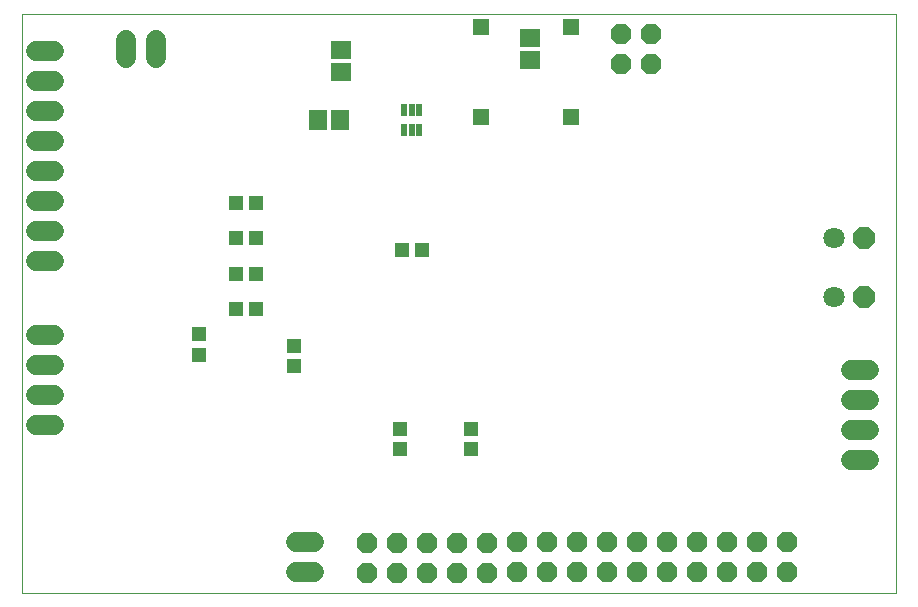
<source format=gbs>
G75*
%MOIN*%
%OFA0B0*%
%FSLAX24Y24*%
%IPPOS*%
%LPD*%
%AMOC8*
5,1,8,0,0,1.08239X$1,22.5*
%
%ADD10C,0.0000*%
%ADD11C,0.0680*%
%ADD12C,0.0710*%
%ADD13OC8,0.0710*%
%ADD14R,0.0218X0.0395*%
%ADD15R,0.0592X0.0671*%
%ADD16R,0.0671X0.0592*%
%ADD17R,0.0552X0.0552*%
%ADD18OC8,0.0680*%
%ADD19R,0.0513X0.0474*%
%ADD20R,0.0474X0.0513*%
D10*
X000160Y000160D02*
X000160Y019451D01*
X029294Y019451D01*
X029294Y000160D01*
X000160Y000160D01*
D11*
X000647Y005747D02*
X001247Y005747D01*
X001247Y006747D02*
X000647Y006747D01*
X000647Y007747D02*
X001247Y007747D01*
X001247Y008747D02*
X000647Y008747D01*
X000647Y011227D02*
X001247Y011227D01*
X001247Y012227D02*
X000647Y012227D01*
X000647Y013227D02*
X001247Y013227D01*
X001247Y014227D02*
X000647Y014227D01*
X000647Y015227D02*
X001247Y015227D01*
X001247Y016227D02*
X000647Y016227D01*
X000647Y017227D02*
X001247Y017227D01*
X001247Y018227D02*
X000647Y018227D01*
X003636Y017970D02*
X003636Y018570D01*
X004636Y018570D02*
X004636Y017970D01*
X027813Y007566D02*
X028413Y007566D01*
X028413Y006566D02*
X027813Y006566D01*
X027813Y005566D02*
X028413Y005566D01*
X028413Y004566D02*
X027813Y004566D01*
X009909Y001841D02*
X009309Y001841D01*
X009309Y000841D02*
X009909Y000841D01*
D12*
X027219Y010003D03*
X027219Y011971D03*
D13*
X028219Y011971D03*
X028219Y010003D03*
D14*
X013408Y015573D03*
X013152Y015573D03*
X012896Y015573D03*
X012896Y016243D03*
X013152Y016243D03*
X013408Y016243D03*
D15*
X010770Y015908D03*
X010022Y015908D03*
D16*
X010790Y017503D03*
X010790Y018251D03*
X017089Y017896D03*
X017089Y018644D03*
D17*
X018471Y019022D03*
X015471Y019022D03*
X015471Y016022D03*
X018471Y016022D03*
D18*
X020132Y017770D03*
X021132Y017770D03*
X021132Y018770D03*
X020132Y018770D03*
X019664Y001841D03*
X018664Y001841D03*
X017664Y001841D03*
X016664Y001841D03*
X015664Y001802D03*
X014664Y001802D03*
X013664Y001802D03*
X012664Y001802D03*
X011664Y001802D03*
X011664Y000802D03*
X012664Y000802D03*
X013664Y000802D03*
X014664Y000802D03*
X015664Y000802D03*
X016664Y000841D03*
X017664Y000841D03*
X018664Y000841D03*
X019664Y000841D03*
X020664Y000841D03*
X021664Y000841D03*
X022664Y000841D03*
X023664Y000841D03*
X024664Y000841D03*
X025664Y000841D03*
X025664Y001841D03*
X024664Y001841D03*
X023664Y001841D03*
X022664Y001841D03*
X021664Y001841D03*
X020664Y001841D03*
D19*
X007975Y009609D03*
X007306Y009609D03*
X007306Y010790D03*
X007975Y010790D03*
X007975Y011971D03*
X007306Y011971D03*
X007306Y013152D03*
X007975Y013152D03*
X012818Y011577D03*
X013487Y011577D03*
D20*
X009215Y008369D03*
X009215Y007699D03*
X006066Y008093D03*
X006066Y008762D03*
X012758Y005613D03*
X012758Y004944D03*
X015121Y004944D03*
X015121Y005613D03*
M02*

</source>
